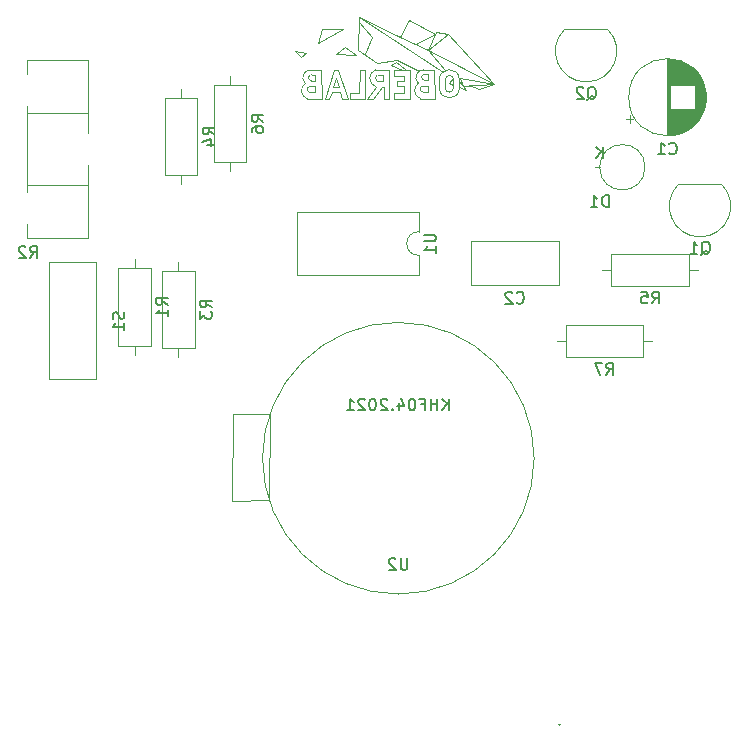
<source format=gbr>
G04 #@! TF.GenerationSoftware,KiCad,Pcbnew,(5.1.9)-1*
G04 #@! TF.CreationDate,2021-04-10T08:26:10+02:00*
G04 #@! TF.ProjectId,NE555V2,4e453535-3556-4322-9e6b-696361645f70,rev?*
G04 #@! TF.SameCoordinates,Original*
G04 #@! TF.FileFunction,Legend,Bot*
G04 #@! TF.FilePolarity,Positive*
%FSLAX46Y46*%
G04 Gerber Fmt 4.6, Leading zero omitted, Abs format (unit mm)*
G04 Created by KiCad (PCBNEW (5.1.9)-1) date 2021-04-10 08:26:10*
%MOMM*%
%LPD*%
G01*
G04 APERTURE LIST*
%ADD10C,0.150000*%
%ADD11C,0.120000*%
%ADD12C,0.010000*%
%ADD13C,0.050000*%
G04 APERTURE END LIST*
D10*
X150809523Y-107952380D02*
X150809523Y-106952380D01*
X150238095Y-107952380D02*
X150666666Y-107380952D01*
X150238095Y-106952380D02*
X150809523Y-107523809D01*
X149809523Y-107952380D02*
X149809523Y-106952380D01*
X149809523Y-107428571D02*
X149238095Y-107428571D01*
X149238095Y-107952380D02*
X149238095Y-106952380D01*
X148428571Y-107428571D02*
X148761904Y-107428571D01*
X148761904Y-107952380D02*
X148761904Y-106952380D01*
X148285714Y-106952380D01*
X147714285Y-106952380D02*
X147619047Y-106952380D01*
X147523809Y-107000000D01*
X147476190Y-107047619D01*
X147428571Y-107142857D01*
X147380952Y-107333333D01*
X147380952Y-107571428D01*
X147428571Y-107761904D01*
X147476190Y-107857142D01*
X147523809Y-107904761D01*
X147619047Y-107952380D01*
X147714285Y-107952380D01*
X147809523Y-107904761D01*
X147857142Y-107857142D01*
X147904761Y-107761904D01*
X147952380Y-107571428D01*
X147952380Y-107333333D01*
X147904761Y-107142857D01*
X147857142Y-107047619D01*
X147809523Y-107000000D01*
X147714285Y-106952380D01*
X146523809Y-107285714D02*
X146523809Y-107952380D01*
X146761904Y-106904761D02*
X147000000Y-107619047D01*
X146380952Y-107619047D01*
X146000000Y-107857142D02*
X145952380Y-107904761D01*
X146000000Y-107952380D01*
X146047619Y-107904761D01*
X146000000Y-107857142D01*
X146000000Y-107952380D01*
X145571428Y-107047619D02*
X145523809Y-107000000D01*
X145428571Y-106952380D01*
X145190476Y-106952380D01*
X145095238Y-107000000D01*
X145047619Y-107047619D01*
X145000000Y-107142857D01*
X145000000Y-107238095D01*
X145047619Y-107380952D01*
X145619047Y-107952380D01*
X145000000Y-107952380D01*
X144380952Y-106952380D02*
X144285714Y-106952380D01*
X144190476Y-107000000D01*
X144142857Y-107047619D01*
X144095238Y-107142857D01*
X144047619Y-107333333D01*
X144047619Y-107571428D01*
X144095238Y-107761904D01*
X144142857Y-107857142D01*
X144190476Y-107904761D01*
X144285714Y-107952380D01*
X144380952Y-107952380D01*
X144476190Y-107904761D01*
X144523809Y-107857142D01*
X144571428Y-107761904D01*
X144619047Y-107571428D01*
X144619047Y-107333333D01*
X144571428Y-107142857D01*
X144523809Y-107047619D01*
X144476190Y-107000000D01*
X144380952Y-106952380D01*
X143666666Y-107047619D02*
X143619047Y-107000000D01*
X143523809Y-106952380D01*
X143285714Y-106952380D01*
X143190476Y-107000000D01*
X143142857Y-107047619D01*
X143095238Y-107142857D01*
X143095238Y-107238095D01*
X143142857Y-107380952D01*
X143714285Y-107952380D01*
X143095238Y-107952380D01*
X142142857Y-107952380D02*
X142714285Y-107952380D01*
X142428571Y-107952380D02*
X142428571Y-106952380D01*
X142523809Y-107095238D01*
X142619047Y-107190476D01*
X142714285Y-107238095D01*
D11*
X144616269Y-79094594D02*
G75*
G03*
X144600001Y-80549999I233731J-730406D01*
G01*
X149975000Y-80650000D02*
G75*
G03*
X151675000Y-80650000I850000J0D01*
G01*
X138623744Y-80266064D02*
G75*
G03*
X138800001Y-81574999I426256J-608936D01*
G01*
X144725000Y-79550001D02*
G75*
G03*
X144725001Y-80099999I125000J-274999D01*
G01*
X150475000Y-80650000D02*
G75*
G03*
X151175000Y-80650000I350000J0D01*
G01*
X151175000Y-79950000D02*
G75*
G03*
X150475000Y-79950000I-350000J0D01*
G01*
X139049999Y-80520050D02*
G75*
G03*
X139000001Y-81024999I1J-254950D01*
G01*
X139210634Y-79532464D02*
G75*
G03*
X139150000Y-80025000I-60634J-242536D01*
G01*
X148198744Y-80241064D02*
G75*
G03*
X148375001Y-81549999I426256J-608936D01*
G01*
X139050000Y-79138605D02*
G75*
G03*
X138600001Y-80224999I0J-636395D01*
G01*
X148624999Y-80495050D02*
G75*
G03*
X148575001Y-80999999I1J-254950D01*
G01*
X151675000Y-79950000D02*
G75*
G03*
X149975000Y-79950000I-850000J0D01*
G01*
X148625000Y-79113605D02*
G75*
G03*
X148175001Y-80199999I0J-636395D01*
G01*
X148785634Y-79507464D02*
G75*
G03*
X148725000Y-80000000I-60634J-242536D01*
G01*
X141525000Y-80975000D02*
X140925000Y-80975000D01*
X143200000Y-81100000D02*
X142450000Y-81100000D01*
X142450000Y-81550000D02*
X143700000Y-81550000D01*
D12*
G36*
X160044723Y-134545226D02*
G01*
X160108542Y-134609045D01*
X160172361Y-134545226D01*
X160108542Y-134481407D01*
X160044723Y-134545226D01*
G37*
X160044723Y-134545226D02*
X160108542Y-134609045D01*
X160172361Y-134545226D01*
X160108542Y-134481407D01*
X160044723Y-134545226D01*
D11*
X143675000Y-79100000D02*
X143225000Y-79100000D01*
X151675000Y-80650000D02*
X151675000Y-79950000D01*
X149975000Y-79950000D02*
X149975000Y-80650000D01*
X147475000Y-79100000D02*
X147525000Y-81550000D01*
X147525000Y-81550000D02*
X147425000Y-81550000D01*
X140275000Y-81575000D02*
X141050000Y-79125000D01*
X147025000Y-80050000D02*
X147025000Y-79600000D01*
X149025000Y-79550000D02*
X149025000Y-80000000D01*
X146375000Y-80050000D02*
X147025000Y-80050000D01*
X141050000Y-79125000D02*
X141375000Y-79125000D01*
X140675000Y-81575000D02*
X140275000Y-81575000D01*
X146375000Y-80500000D02*
X146375000Y-80050000D01*
X143700000Y-81550000D02*
X143675000Y-79100000D01*
X143225000Y-79100000D02*
X143200000Y-81100000D01*
D13*
X148975000Y-77450000D02*
X150450000Y-79175000D01*
D11*
X141775000Y-81575000D02*
X142275000Y-81575000D01*
X146175000Y-79600000D02*
X146175000Y-79100000D01*
X147025000Y-80500000D02*
X146375000Y-80500000D01*
X141375000Y-79125000D02*
X142275000Y-81575000D01*
X146175000Y-79100000D02*
X147475000Y-79100000D01*
X141500000Y-80575000D02*
X141000000Y-80575000D01*
X149025000Y-80000000D02*
X148725000Y-80000000D01*
X147025000Y-79600000D02*
X146175000Y-79600000D01*
X141775000Y-81575000D02*
X141525000Y-80975000D01*
X140925000Y-80975000D02*
X140675000Y-81575000D01*
X142450000Y-81100000D02*
X142450000Y-81550000D01*
X145125000Y-80600000D02*
X144375000Y-81550000D01*
X143975000Y-81550000D02*
X143875000Y-81550000D01*
X145275000Y-81550000D02*
X145275000Y-80600000D01*
D13*
X139675000Y-76825000D02*
X140025000Y-75650000D01*
X149700000Y-75875000D02*
X148975000Y-77450000D01*
X147400000Y-74875000D02*
X146650000Y-76300000D01*
D11*
X139950000Y-79125000D02*
X140000000Y-81575000D01*
D13*
X142950000Y-77850000D02*
X141950000Y-77175000D01*
X143150000Y-75075000D02*
X144275000Y-76300000D01*
X144275000Y-76300000D02*
X143700000Y-77800000D01*
D11*
X151175000Y-79950000D02*
X151175000Y-80650000D01*
X149575000Y-81550000D02*
X148375000Y-81550000D01*
D13*
X153300000Y-80775000D02*
X152475000Y-80425000D01*
D11*
X140000000Y-81575000D02*
X138800000Y-81575000D01*
X139450000Y-80525000D02*
X139450000Y-81025000D01*
X139449999Y-80520050D02*
X139049999Y-80520050D01*
X144616269Y-79094594D02*
X145725000Y-79100000D01*
X147425000Y-81550000D02*
X146175000Y-81550000D01*
X141000000Y-80575000D02*
X141225000Y-79825000D01*
X141225000Y-79825000D02*
X141500000Y-80575000D01*
D13*
X148975000Y-77450000D02*
X154625000Y-80300000D01*
D11*
X139050000Y-79138605D02*
X139950000Y-79125000D01*
X149024999Y-80495050D02*
X148624999Y-80495050D01*
X139450000Y-79525000D02*
X139200000Y-79525000D01*
D13*
X138725000Y-77700000D02*
X137725000Y-77550000D01*
X151675000Y-80550000D02*
X152225000Y-80825000D01*
D11*
X148625000Y-79113605D02*
X149525000Y-79100000D01*
D13*
X151125000Y-79800000D02*
X150800000Y-80200000D01*
X150725000Y-76125000D02*
X148975000Y-77450000D01*
X145875000Y-78750000D02*
X146850000Y-79100000D01*
D11*
X150475000Y-79950000D02*
X150475000Y-80600000D01*
X146175000Y-81050000D02*
X147025000Y-81050000D01*
X147025000Y-81050000D02*
X147025000Y-80500000D01*
X145225000Y-80100000D02*
X144725000Y-80100000D01*
X149025000Y-79500000D02*
X148775000Y-79500000D01*
X139450000Y-79575000D02*
X139450000Y-80025000D01*
D13*
X141250000Y-77750000D02*
X142925000Y-77850000D01*
X152225000Y-80825000D02*
X151650000Y-80025000D01*
X141825000Y-75700000D02*
X139675000Y-76825000D01*
X150275000Y-79275000D02*
X143175000Y-74675000D01*
X150800000Y-80200000D02*
X151175000Y-80375000D01*
X140025000Y-75650000D02*
X141825000Y-75700000D01*
D11*
X139450000Y-80025000D02*
X139150000Y-80025000D01*
X145225000Y-79550000D02*
X145225000Y-80100000D01*
X143875000Y-81550000D02*
X144575000Y-80600000D01*
X139450000Y-81025000D02*
X139000000Y-81025000D01*
D13*
X143175000Y-74675000D02*
X143100000Y-77400000D01*
X146650000Y-76300000D02*
X148975000Y-77450000D01*
X141950000Y-77175000D02*
X141250000Y-77750000D01*
X146650000Y-76300000D02*
X143175000Y-74675000D01*
D11*
X145725000Y-81550000D02*
X145275000Y-81550000D01*
X145275000Y-80600000D02*
X145125000Y-80600000D01*
X146175000Y-81550000D02*
X146175000Y-81050000D01*
X144375000Y-81550000D02*
X143975000Y-81550000D01*
D13*
X137725000Y-77550000D02*
X138300000Y-78025000D01*
D11*
X149025000Y-80500000D02*
X149025000Y-81000000D01*
D13*
X138300000Y-78025000D02*
X138725000Y-77700000D01*
X150725000Y-76125000D02*
X149700000Y-75875000D01*
D11*
X149525000Y-79100000D02*
X149575000Y-81550000D01*
X149025000Y-81000000D02*
X148575000Y-81000000D01*
X145725000Y-79100000D02*
X145725000Y-81550000D01*
D13*
X147050000Y-79075000D02*
X146275000Y-78475000D01*
X146275000Y-78475000D02*
X145875000Y-78750000D01*
D11*
X144775000Y-79550000D02*
X145225000Y-79550000D01*
D13*
X154625000Y-80300000D02*
X151725000Y-79825000D01*
X154625000Y-80300000D02*
X150725000Y-76125000D01*
X143100000Y-77400000D02*
X144725000Y-78525000D01*
X144725000Y-78525000D02*
X146400000Y-78300000D01*
X146400000Y-78300000D02*
X148225000Y-79200000D01*
X151950000Y-80450000D02*
X154625000Y-80300000D01*
X151725000Y-79825000D02*
X151950000Y-80450000D01*
X154625000Y-80300000D02*
X153300000Y-80775000D01*
X149600000Y-76050000D02*
X148025000Y-76950000D01*
X147400000Y-74875000D02*
X149600000Y-76050000D01*
D11*
X172553700Y-81432400D02*
G75*
G03*
X172553700Y-81432400I-3270000J0D01*
G01*
X169283700Y-84662400D02*
X169283700Y-78202400D01*
X169323700Y-84662400D02*
X169323700Y-78202400D01*
X169363700Y-84662400D02*
X169363700Y-78202400D01*
X169403700Y-84660400D02*
X169403700Y-78204400D01*
X169443700Y-84659400D02*
X169443700Y-78205400D01*
X169483700Y-84656400D02*
X169483700Y-78208400D01*
X169523700Y-84654400D02*
X169523700Y-82472400D01*
X169523700Y-80392400D02*
X169523700Y-78210400D01*
X169563700Y-84650400D02*
X169563700Y-82472400D01*
X169563700Y-80392400D02*
X169563700Y-78214400D01*
X169603700Y-84647400D02*
X169603700Y-82472400D01*
X169603700Y-80392400D02*
X169603700Y-78217400D01*
X169643700Y-84643400D02*
X169643700Y-82472400D01*
X169643700Y-80392400D02*
X169643700Y-78221400D01*
X169683700Y-84638400D02*
X169683700Y-82472400D01*
X169683700Y-80392400D02*
X169683700Y-78226400D01*
X169723700Y-84633400D02*
X169723700Y-82472400D01*
X169723700Y-80392400D02*
X169723700Y-78231400D01*
X169763700Y-84627400D02*
X169763700Y-82472400D01*
X169763700Y-80392400D02*
X169763700Y-78237400D01*
X169803700Y-84621400D02*
X169803700Y-82472400D01*
X169803700Y-80392400D02*
X169803700Y-78243400D01*
X169843700Y-84614400D02*
X169843700Y-82472400D01*
X169843700Y-80392400D02*
X169843700Y-78250400D01*
X169883700Y-84607400D02*
X169883700Y-82472400D01*
X169883700Y-80392400D02*
X169883700Y-78257400D01*
X169923700Y-84599400D02*
X169923700Y-82472400D01*
X169923700Y-80392400D02*
X169923700Y-78265400D01*
X169963700Y-84591400D02*
X169963700Y-82472400D01*
X169963700Y-80392400D02*
X169963700Y-78273400D01*
X170004700Y-84582400D02*
X170004700Y-82472400D01*
X170004700Y-80392400D02*
X170004700Y-78282400D01*
X170044700Y-84573400D02*
X170044700Y-82472400D01*
X170044700Y-80392400D02*
X170044700Y-78291400D01*
X170084700Y-84563400D02*
X170084700Y-82472400D01*
X170084700Y-80392400D02*
X170084700Y-78301400D01*
X170124700Y-84553400D02*
X170124700Y-82472400D01*
X170124700Y-80392400D02*
X170124700Y-78311400D01*
X170164700Y-84542400D02*
X170164700Y-82472400D01*
X170164700Y-80392400D02*
X170164700Y-78322400D01*
X170204700Y-84530400D02*
X170204700Y-82472400D01*
X170204700Y-80392400D02*
X170204700Y-78334400D01*
X170244700Y-84518400D02*
X170244700Y-82472400D01*
X170244700Y-80392400D02*
X170244700Y-78346400D01*
X170284700Y-84506400D02*
X170284700Y-82472400D01*
X170284700Y-80392400D02*
X170284700Y-78358400D01*
X170324700Y-84493400D02*
X170324700Y-82472400D01*
X170324700Y-80392400D02*
X170324700Y-78371400D01*
X170364700Y-84479400D02*
X170364700Y-82472400D01*
X170364700Y-80392400D02*
X170364700Y-78385400D01*
X170404700Y-84465400D02*
X170404700Y-82472400D01*
X170404700Y-80392400D02*
X170404700Y-78399400D01*
X170444700Y-84450400D02*
X170444700Y-82472400D01*
X170444700Y-80392400D02*
X170444700Y-78414400D01*
X170484700Y-84434400D02*
X170484700Y-82472400D01*
X170484700Y-80392400D02*
X170484700Y-78430400D01*
X170524700Y-84418400D02*
X170524700Y-82472400D01*
X170524700Y-80392400D02*
X170524700Y-78446400D01*
X170564700Y-84402400D02*
X170564700Y-82472400D01*
X170564700Y-80392400D02*
X170564700Y-78462400D01*
X170604700Y-84384400D02*
X170604700Y-82472400D01*
X170604700Y-80392400D02*
X170604700Y-78480400D01*
X170644700Y-84366400D02*
X170644700Y-82472400D01*
X170644700Y-80392400D02*
X170644700Y-78498400D01*
X170684700Y-84348400D02*
X170684700Y-82472400D01*
X170684700Y-80392400D02*
X170684700Y-78516400D01*
X170724700Y-84328400D02*
X170724700Y-82472400D01*
X170724700Y-80392400D02*
X170724700Y-78536400D01*
X170764700Y-84308400D02*
X170764700Y-82472400D01*
X170764700Y-80392400D02*
X170764700Y-78556400D01*
X170804700Y-84288400D02*
X170804700Y-82472400D01*
X170804700Y-80392400D02*
X170804700Y-78576400D01*
X170844700Y-84266400D02*
X170844700Y-82472400D01*
X170844700Y-80392400D02*
X170844700Y-78598400D01*
X170884700Y-84244400D02*
X170884700Y-82472400D01*
X170884700Y-80392400D02*
X170884700Y-78620400D01*
X170924700Y-84222400D02*
X170924700Y-82472400D01*
X170924700Y-80392400D02*
X170924700Y-78642400D01*
X170964700Y-84198400D02*
X170964700Y-82472400D01*
X170964700Y-80392400D02*
X170964700Y-78666400D01*
X171004700Y-84174400D02*
X171004700Y-82472400D01*
X171004700Y-80392400D02*
X171004700Y-78690400D01*
X171044700Y-84148400D02*
X171044700Y-82472400D01*
X171044700Y-80392400D02*
X171044700Y-78716400D01*
X171084700Y-84122400D02*
X171084700Y-82472400D01*
X171084700Y-80392400D02*
X171084700Y-78742400D01*
X171124700Y-84096400D02*
X171124700Y-82472400D01*
X171124700Y-80392400D02*
X171124700Y-78768400D01*
X171164700Y-84068400D02*
X171164700Y-82472400D01*
X171164700Y-80392400D02*
X171164700Y-78796400D01*
X171204700Y-84039400D02*
X171204700Y-82472400D01*
X171204700Y-80392400D02*
X171204700Y-78825400D01*
X171244700Y-84010400D02*
X171244700Y-82472400D01*
X171244700Y-80392400D02*
X171244700Y-78854400D01*
X171284700Y-83980400D02*
X171284700Y-82472400D01*
X171284700Y-80392400D02*
X171284700Y-78884400D01*
X171324700Y-83948400D02*
X171324700Y-82472400D01*
X171324700Y-80392400D02*
X171324700Y-78916400D01*
X171364700Y-83916400D02*
X171364700Y-82472400D01*
X171364700Y-80392400D02*
X171364700Y-78948400D01*
X171404700Y-83882400D02*
X171404700Y-82472400D01*
X171404700Y-80392400D02*
X171404700Y-78982400D01*
X171444700Y-83848400D02*
X171444700Y-82472400D01*
X171444700Y-80392400D02*
X171444700Y-79016400D01*
X171484700Y-83812400D02*
X171484700Y-82472400D01*
X171484700Y-80392400D02*
X171484700Y-79052400D01*
X171524700Y-83775400D02*
X171524700Y-82472400D01*
X171524700Y-80392400D02*
X171524700Y-79089400D01*
X171564700Y-83737400D02*
X171564700Y-82472400D01*
X171564700Y-80392400D02*
X171564700Y-79127400D01*
X171604700Y-83697400D02*
X171604700Y-79167400D01*
X171644700Y-83656400D02*
X171644700Y-79208400D01*
X171684700Y-83614400D02*
X171684700Y-79250400D01*
X171724700Y-83569400D02*
X171724700Y-79295400D01*
X171764700Y-83524400D02*
X171764700Y-79340400D01*
X171804700Y-83476400D02*
X171804700Y-79388400D01*
X171844700Y-83427400D02*
X171844700Y-79437400D01*
X171884700Y-83376400D02*
X171884700Y-79488400D01*
X171924700Y-83322400D02*
X171924700Y-79542400D01*
X171964700Y-83266400D02*
X171964700Y-79598400D01*
X172004700Y-83208400D02*
X172004700Y-79656400D01*
X172044700Y-83146400D02*
X172044700Y-79718400D01*
X172084700Y-83082400D02*
X172084700Y-79782400D01*
X172124700Y-83013400D02*
X172124700Y-79851400D01*
X172164700Y-82941400D02*
X172164700Y-79923400D01*
X172204700Y-82864400D02*
X172204700Y-80000400D01*
X172244700Y-82782400D02*
X172244700Y-80082400D01*
X172284700Y-82694400D02*
X172284700Y-80170400D01*
X172324700Y-82597400D02*
X172324700Y-80267400D01*
X172364700Y-82491400D02*
X172364700Y-80373400D01*
X172404700Y-82372400D02*
X172404700Y-80492400D01*
X172444700Y-82234400D02*
X172444700Y-80630400D01*
X172484700Y-82065400D02*
X172484700Y-80799400D01*
X172524700Y-81834400D02*
X172524700Y-81030400D01*
X165783459Y-83271400D02*
X166413459Y-83271400D01*
X166098459Y-83586400D02*
X166098459Y-82956400D01*
X152640500Y-97323200D02*
X160080500Y-97323200D01*
X152640500Y-93583200D02*
X160080500Y-93583200D01*
X152640500Y-97323200D02*
X152640500Y-93583200D01*
X160080500Y-97323200D02*
X160080500Y-93583200D01*
X167388300Y-87363300D02*
G75*
G03*
X167388300Y-87363300I-1920000J0D01*
G01*
X163548300Y-87363300D02*
X163158300Y-87363300D01*
X170246900Y-88815300D02*
X173846900Y-88815300D01*
X173885378Y-88826822D02*
G75*
G02*
X172046900Y-93265300I-1838478J-1838478D01*
G01*
X170208422Y-88826822D02*
G75*
G03*
X172046900Y-93265300I1838478J-1838478D01*
G01*
X160607600Y-75696200D02*
X164207600Y-75696200D01*
X160569122Y-75707722D02*
G75*
G03*
X162407600Y-80146200I1838478J-1838478D01*
G01*
X164246078Y-75707722D02*
G75*
G02*
X162407600Y-80146200I-1838478J-1838478D01*
G01*
X124180600Y-95159700D02*
X124180600Y-95929700D01*
X124180600Y-103239700D02*
X124180600Y-102469700D01*
X125550600Y-95929700D02*
X125550600Y-102469700D01*
X122810600Y-95929700D02*
X125550600Y-95929700D01*
X122810600Y-102469700D02*
X122810600Y-95929700D01*
X125550600Y-102469700D02*
X122810600Y-102469700D01*
X115089900Y-93390400D02*
X120210900Y-93390400D01*
X115089900Y-78270400D02*
X120210900Y-78270400D01*
X120210900Y-93390400D02*
X120210900Y-87195400D01*
X120210900Y-84465400D02*
X120210900Y-78270400D01*
X115089900Y-79465400D02*
X115089900Y-78270400D01*
X115089900Y-93390400D02*
X115089900Y-92195400D01*
X115089900Y-89465400D02*
X115089900Y-82195400D01*
X115089900Y-88890400D02*
X120210900Y-88890400D01*
X115089900Y-82770400D02*
X120210900Y-82770400D01*
X115089900Y-88890400D02*
X115089900Y-82770400D01*
X120210900Y-88890400D02*
X120210900Y-87195400D01*
X120210900Y-84465400D02*
X120210900Y-82770400D01*
X127889000Y-95362900D02*
X127889000Y-96132900D01*
X127889000Y-103442900D02*
X127889000Y-102672900D01*
X129259000Y-96132900D02*
X129259000Y-102672900D01*
X126519000Y-96132900D02*
X129259000Y-96132900D01*
X126519000Y-102672900D02*
X126519000Y-96132900D01*
X129259000Y-102672900D02*
X126519000Y-102672900D01*
X129487600Y-88029800D02*
X126747600Y-88029800D01*
X126747600Y-88029800D02*
X126747600Y-81489800D01*
X126747600Y-81489800D02*
X129487600Y-81489800D01*
X129487600Y-81489800D02*
X129487600Y-88029800D01*
X128117600Y-88799800D02*
X128117600Y-88029800D01*
X128117600Y-80719800D02*
X128117600Y-81489800D01*
X171857800Y-96075500D02*
X171087800Y-96075500D01*
X163777800Y-96075500D02*
X164547800Y-96075500D01*
X171087800Y-97445500D02*
X164547800Y-97445500D01*
X171087800Y-94705500D02*
X171087800Y-97445500D01*
X164547800Y-94705500D02*
X171087800Y-94705500D01*
X164547800Y-97445500D02*
X164547800Y-94705500D01*
X133627800Y-86950300D02*
X130887800Y-86950300D01*
X130887800Y-86950300D02*
X130887800Y-80410300D01*
X130887800Y-80410300D02*
X133627800Y-80410300D01*
X133627800Y-80410300D02*
X133627800Y-86950300D01*
X132257800Y-87720300D02*
X132257800Y-86950300D01*
X132257800Y-79640300D02*
X132257800Y-80410300D01*
X160687000Y-103465300D02*
X160687000Y-100725300D01*
X160687000Y-100725300D02*
X167227000Y-100725300D01*
X167227000Y-100725300D02*
X167227000Y-103465300D01*
X167227000Y-103465300D02*
X160687000Y-103465300D01*
X159917000Y-102095300D02*
X160687000Y-102095300D01*
X167997000Y-102095300D02*
X167227000Y-102095300D01*
X116928900Y-105308400D02*
X120865900Y-105333800D01*
X116928900Y-95351600D02*
X116928900Y-105308400D01*
X120865900Y-95351600D02*
X116928900Y-95351600D01*
X120865900Y-105308400D02*
X120865900Y-95351600D01*
X148218200Y-94827600D02*
X148218200Y-96477600D01*
X148218200Y-96477600D02*
X137938200Y-96477600D01*
X137938200Y-96477600D02*
X137938200Y-91177600D01*
X137938200Y-91177600D02*
X148218200Y-91177600D01*
X148218200Y-91177600D02*
X148218200Y-92827600D01*
X148218200Y-92827600D02*
G75*
G03*
X148218200Y-94827600I0J-1000000D01*
G01*
X158003018Y-112001300D02*
G75*
G03*
X158003018Y-112001300I-11500000J0D01*
G01*
X135547100Y-115633500D02*
X135597900Y-108267500D01*
X135597900Y-108267500D02*
X132499100Y-108267500D01*
X132499100Y-108267500D02*
X132448300Y-115582700D01*
X132448300Y-115582700D02*
X135445500Y-115531900D01*
D10*
X169450366Y-86189542D02*
X169497985Y-86237161D01*
X169640842Y-86284780D01*
X169736080Y-86284780D01*
X169878938Y-86237161D01*
X169974176Y-86141923D01*
X170021795Y-86046685D01*
X170069414Y-85856209D01*
X170069414Y-85713352D01*
X170021795Y-85522876D01*
X169974176Y-85427638D01*
X169878938Y-85332400D01*
X169736080Y-85284780D01*
X169640842Y-85284780D01*
X169497985Y-85332400D01*
X169450366Y-85380019D01*
X168497985Y-86284780D02*
X169069414Y-86284780D01*
X168783700Y-86284780D02*
X168783700Y-85284780D01*
X168878938Y-85427638D01*
X168974176Y-85522876D01*
X169069414Y-85570495D01*
X156527166Y-98810342D02*
X156574785Y-98857961D01*
X156717642Y-98905580D01*
X156812880Y-98905580D01*
X156955738Y-98857961D01*
X157050976Y-98762723D01*
X157098595Y-98667485D01*
X157146214Y-98477009D01*
X157146214Y-98334152D01*
X157098595Y-98143676D01*
X157050976Y-98048438D01*
X156955738Y-97953200D01*
X156812880Y-97905580D01*
X156717642Y-97905580D01*
X156574785Y-97953200D01*
X156527166Y-98000819D01*
X156146214Y-98000819D02*
X156098595Y-97953200D01*
X156003357Y-97905580D01*
X155765261Y-97905580D01*
X155670023Y-97953200D01*
X155622404Y-98000819D01*
X155574785Y-98096057D01*
X155574785Y-98191295D01*
X155622404Y-98334152D01*
X156193833Y-98905580D01*
X155574785Y-98905580D01*
X164301395Y-90735680D02*
X164301395Y-89735680D01*
X164063300Y-89735680D01*
X163920442Y-89783300D01*
X163825204Y-89878538D01*
X163777585Y-89973776D01*
X163729966Y-90164252D01*
X163729966Y-90307109D01*
X163777585Y-90497585D01*
X163825204Y-90592823D01*
X163920442Y-90688061D01*
X164063300Y-90735680D01*
X164301395Y-90735680D01*
X162777585Y-90735680D02*
X163349014Y-90735680D01*
X163063300Y-90735680D02*
X163063300Y-89735680D01*
X163158538Y-89878538D01*
X163253776Y-89973776D01*
X163349014Y-90021395D01*
X163820204Y-86615680D02*
X163820204Y-85615680D01*
X163248776Y-86615680D02*
X163677347Y-86044252D01*
X163248776Y-85615680D02*
X163820204Y-86187109D01*
X172142138Y-94772919D02*
X172237376Y-94725300D01*
X172332614Y-94630061D01*
X172475471Y-94487204D01*
X172570709Y-94439585D01*
X172665947Y-94439585D01*
X172618328Y-94677680D02*
X172713566Y-94630061D01*
X172808804Y-94534823D01*
X172856423Y-94344347D01*
X172856423Y-94011014D01*
X172808804Y-93820538D01*
X172713566Y-93725300D01*
X172618328Y-93677680D01*
X172427852Y-93677680D01*
X172332614Y-93725300D01*
X172237376Y-93820538D01*
X172189757Y-94011014D01*
X172189757Y-94344347D01*
X172237376Y-94534823D01*
X172332614Y-94630061D01*
X172427852Y-94677680D01*
X172618328Y-94677680D01*
X171237376Y-94677680D02*
X171808804Y-94677680D01*
X171523090Y-94677680D02*
X171523090Y-93677680D01*
X171618328Y-93820538D01*
X171713566Y-93915776D01*
X171808804Y-93963395D01*
X162502838Y-81653819D02*
X162598076Y-81606200D01*
X162693314Y-81510961D01*
X162836171Y-81368104D01*
X162931409Y-81320485D01*
X163026647Y-81320485D01*
X162979028Y-81558580D02*
X163074266Y-81510961D01*
X163169504Y-81415723D01*
X163217123Y-81225247D01*
X163217123Y-80891914D01*
X163169504Y-80701438D01*
X163074266Y-80606200D01*
X162979028Y-80558580D01*
X162788552Y-80558580D01*
X162693314Y-80606200D01*
X162598076Y-80701438D01*
X162550457Y-80891914D01*
X162550457Y-81225247D01*
X162598076Y-81415723D01*
X162693314Y-81510961D01*
X162788552Y-81558580D01*
X162979028Y-81558580D01*
X162169504Y-80653819D02*
X162121885Y-80606200D01*
X162026647Y-80558580D01*
X161788552Y-80558580D01*
X161693314Y-80606200D01*
X161645695Y-80653819D01*
X161598076Y-80749057D01*
X161598076Y-80844295D01*
X161645695Y-80987152D01*
X162217123Y-81558580D01*
X161598076Y-81558580D01*
X127002980Y-99033033D02*
X126526790Y-98699700D01*
X127002980Y-98461604D02*
X126002980Y-98461604D01*
X126002980Y-98842557D01*
X126050600Y-98937795D01*
X126098219Y-98985414D01*
X126193457Y-99033033D01*
X126336314Y-99033033D01*
X126431552Y-98985414D01*
X126479171Y-98937795D01*
X126526790Y-98842557D01*
X126526790Y-98461604D01*
X127002980Y-99985414D02*
X127002980Y-99413985D01*
X127002980Y-99699700D02*
X126002980Y-99699700D01*
X126145838Y-99604461D01*
X126241076Y-99509223D01*
X126288695Y-99413985D01*
X115317566Y-95032780D02*
X115650900Y-94556590D01*
X115888995Y-95032780D02*
X115888995Y-94032780D01*
X115508042Y-94032780D01*
X115412804Y-94080400D01*
X115365185Y-94128019D01*
X115317566Y-94223257D01*
X115317566Y-94366114D01*
X115365185Y-94461352D01*
X115412804Y-94508971D01*
X115508042Y-94556590D01*
X115888995Y-94556590D01*
X114936614Y-94128019D02*
X114888995Y-94080400D01*
X114793757Y-94032780D01*
X114555661Y-94032780D01*
X114460423Y-94080400D01*
X114412804Y-94128019D01*
X114365185Y-94223257D01*
X114365185Y-94318495D01*
X114412804Y-94461352D01*
X114984233Y-95032780D01*
X114365185Y-95032780D01*
X130711380Y-99236233D02*
X130235190Y-98902900D01*
X130711380Y-98664804D02*
X129711380Y-98664804D01*
X129711380Y-99045757D01*
X129759000Y-99140995D01*
X129806619Y-99188614D01*
X129901857Y-99236233D01*
X130044714Y-99236233D01*
X130139952Y-99188614D01*
X130187571Y-99140995D01*
X130235190Y-99045757D01*
X130235190Y-98664804D01*
X129711380Y-99569566D02*
X129711380Y-100188614D01*
X130092333Y-99855280D01*
X130092333Y-99998138D01*
X130139952Y-100093376D01*
X130187571Y-100140995D01*
X130282809Y-100188614D01*
X130520904Y-100188614D01*
X130616142Y-100140995D01*
X130663761Y-100093376D01*
X130711380Y-99998138D01*
X130711380Y-99712423D01*
X130663761Y-99617185D01*
X130616142Y-99569566D01*
X130939980Y-84593133D02*
X130463790Y-84259800D01*
X130939980Y-84021704D02*
X129939980Y-84021704D01*
X129939980Y-84402657D01*
X129987600Y-84497895D01*
X130035219Y-84545514D01*
X130130457Y-84593133D01*
X130273314Y-84593133D01*
X130368552Y-84545514D01*
X130416171Y-84497895D01*
X130463790Y-84402657D01*
X130463790Y-84021704D01*
X130273314Y-85450276D02*
X130939980Y-85450276D01*
X129892361Y-85212180D02*
X130606647Y-84974085D01*
X130606647Y-85593133D01*
X167984466Y-98897880D02*
X168317800Y-98421690D01*
X168555895Y-98897880D02*
X168555895Y-97897880D01*
X168174942Y-97897880D01*
X168079704Y-97945500D01*
X168032085Y-97993119D01*
X167984466Y-98088357D01*
X167984466Y-98231214D01*
X168032085Y-98326452D01*
X168079704Y-98374071D01*
X168174942Y-98421690D01*
X168555895Y-98421690D01*
X167079704Y-97897880D02*
X167555895Y-97897880D01*
X167603514Y-98374071D01*
X167555895Y-98326452D01*
X167460657Y-98278833D01*
X167222561Y-98278833D01*
X167127323Y-98326452D01*
X167079704Y-98374071D01*
X167032085Y-98469309D01*
X167032085Y-98707404D01*
X167079704Y-98802642D01*
X167127323Y-98850261D01*
X167222561Y-98897880D01*
X167460657Y-98897880D01*
X167555895Y-98850261D01*
X167603514Y-98802642D01*
X135080180Y-83513633D02*
X134603990Y-83180300D01*
X135080180Y-82942204D02*
X134080180Y-82942204D01*
X134080180Y-83323157D01*
X134127800Y-83418395D01*
X134175419Y-83466014D01*
X134270657Y-83513633D01*
X134413514Y-83513633D01*
X134508752Y-83466014D01*
X134556371Y-83418395D01*
X134603990Y-83323157D01*
X134603990Y-82942204D01*
X134080180Y-84370776D02*
X134080180Y-84180300D01*
X134127800Y-84085061D01*
X134175419Y-84037442D01*
X134318276Y-83942204D01*
X134508752Y-83894585D01*
X134889704Y-83894585D01*
X134984942Y-83942204D01*
X135032561Y-83989823D01*
X135080180Y-84085061D01*
X135080180Y-84275538D01*
X135032561Y-84370776D01*
X134984942Y-84418395D01*
X134889704Y-84466014D01*
X134651609Y-84466014D01*
X134556371Y-84418395D01*
X134508752Y-84370776D01*
X134461133Y-84275538D01*
X134461133Y-84085061D01*
X134508752Y-83989823D01*
X134556371Y-83942204D01*
X134651609Y-83894585D01*
X164123666Y-104917680D02*
X164457000Y-104441490D01*
X164695095Y-104917680D02*
X164695095Y-103917680D01*
X164314142Y-103917680D01*
X164218904Y-103965300D01*
X164171285Y-104012919D01*
X164123666Y-104108157D01*
X164123666Y-104251014D01*
X164171285Y-104346252D01*
X164218904Y-104393871D01*
X164314142Y-104441490D01*
X164695095Y-104441490D01*
X163790333Y-103917680D02*
X163123666Y-103917680D01*
X163552238Y-104917680D01*
X123264061Y-99618895D02*
X123311680Y-99761752D01*
X123311680Y-99999847D01*
X123264061Y-100095085D01*
X123216442Y-100142704D01*
X123121204Y-100190323D01*
X123025966Y-100190323D01*
X122930728Y-100142704D01*
X122883109Y-100095085D01*
X122835490Y-99999847D01*
X122787871Y-99809371D01*
X122740252Y-99714133D01*
X122692633Y-99666514D01*
X122597395Y-99618895D01*
X122502157Y-99618895D01*
X122406919Y-99666514D01*
X122359300Y-99714133D01*
X122311680Y-99809371D01*
X122311680Y-100047466D01*
X122359300Y-100190323D01*
X123311680Y-101142704D02*
X123311680Y-100571276D01*
X123311680Y-100856990D02*
X122311680Y-100856990D01*
X122454538Y-100761752D01*
X122549776Y-100666514D01*
X122597395Y-100571276D01*
X148670580Y-93065695D02*
X149480104Y-93065695D01*
X149575342Y-93113314D01*
X149622961Y-93160933D01*
X149670580Y-93256171D01*
X149670580Y-93446647D01*
X149622961Y-93541885D01*
X149575342Y-93589504D01*
X149480104Y-93637123D01*
X148670580Y-93637123D01*
X149670580Y-94637123D02*
X149670580Y-94065695D01*
X149670580Y-94351409D02*
X148670580Y-94351409D01*
X148813438Y-94256171D01*
X148908676Y-94160933D01*
X148956295Y-94065695D01*
X147261904Y-120452380D02*
X147261904Y-121261904D01*
X147214285Y-121357142D01*
X147166666Y-121404761D01*
X147071428Y-121452380D01*
X146880952Y-121452380D01*
X146785714Y-121404761D01*
X146738095Y-121357142D01*
X146690476Y-121261904D01*
X146690476Y-120452380D01*
X146261904Y-120547619D02*
X146214285Y-120500000D01*
X146119047Y-120452380D01*
X145880952Y-120452380D01*
X145785714Y-120500000D01*
X145738095Y-120547619D01*
X145690476Y-120642857D01*
X145690476Y-120738095D01*
X145738095Y-120880952D01*
X146309523Y-121452380D01*
X145690476Y-121452380D01*
M02*

</source>
